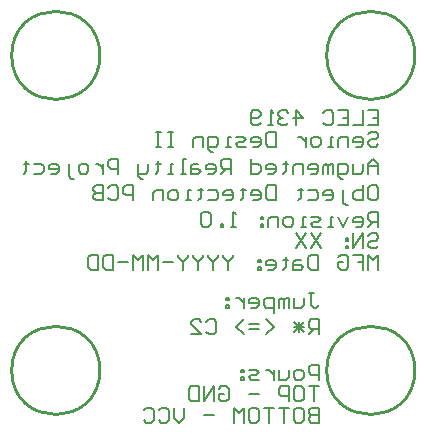
<source format=gbo>
G04 Layer_Color=32896*
%FSLAX25Y25*%
%MOIN*%
G70*
G01*
G75*
%ADD22C,0.01000*%
%ADD24C,0.00500*%
D22*
X142205Y22500D02*
G03*
X142205Y22500I-14705J0D01*
G01*
X37205D02*
G03*
X37205Y22500I-14705J0D01*
G01*
Y127500D02*
G03*
X37205Y127500I-14705J0D01*
G01*
X142205D02*
G03*
X142205Y127500I-14705J0D01*
G01*
D24*
X110087Y19396D02*
Y24395D01*
X107588D01*
X106755Y23561D01*
Y21895D01*
X107588Y21062D01*
X110087D01*
X104256Y19396D02*
X102589D01*
X101756Y20229D01*
Y21895D01*
X102589Y22728D01*
X104256D01*
X105089Y21895D01*
Y20229D01*
X104256Y19396D01*
X100090Y22728D02*
Y20229D01*
X99257Y19396D01*
X96758D01*
Y22728D01*
X95092D02*
Y19396D01*
Y21062D01*
X94259Y21895D01*
X93426Y22728D01*
X92593D01*
X90093Y19396D02*
X87594D01*
X86761Y20229D01*
X87594Y21062D01*
X89260D01*
X90093Y21895D01*
X89260Y22728D01*
X86761D01*
X85095D02*
X84262D01*
Y21895D01*
X85095D01*
Y22728D01*
Y20229D02*
X84262D01*
Y19396D01*
X85095D01*
Y20229D01*
X110087Y17196D02*
X106755D01*
X108421D01*
Y12198D01*
X102589Y17196D02*
X104256D01*
X105089Y16363D01*
Y13031D01*
X104256Y12198D01*
X102589D01*
X101756Y13031D01*
Y16363D01*
X102589Y17196D01*
X100090Y12198D02*
Y17196D01*
X97591D01*
X96758Y16363D01*
Y14697D01*
X97591Y13864D01*
X100090D01*
X90093Y14697D02*
X86761D01*
X76765Y16363D02*
X77597Y17196D01*
X79264D01*
X80097Y16363D01*
Y13031D01*
X79264Y12198D01*
X77597D01*
X76765Y13031D01*
Y14697D01*
X78431D01*
X75098Y12198D02*
Y17196D01*
X71766Y12198D01*
Y17196D01*
X70100D02*
Y12198D01*
X67601D01*
X66768Y13031D01*
Y16363D01*
X67601Y17196D01*
X70100D01*
X110087Y9998D02*
Y5000D01*
X107588D01*
X106755Y5833D01*
Y6666D01*
X107588Y7499D01*
X110087D01*
X107588D01*
X106755Y8332D01*
Y9165D01*
X107588Y9998D01*
X110087D01*
X102589D02*
X104256D01*
X105089Y9165D01*
Y5833D01*
X104256Y5000D01*
X102589D01*
X101756Y5833D01*
Y9165D01*
X102589Y9998D01*
X100090D02*
X96758D01*
X98424D01*
Y5000D01*
X95092Y9998D02*
X91760D01*
X93426D01*
Y5000D01*
X87594Y9998D02*
X89260D01*
X90093Y9165D01*
Y5833D01*
X89260Y5000D01*
X87594D01*
X86761Y5833D01*
Y9165D01*
X87594Y9998D01*
X85095Y5000D02*
Y9998D01*
X83429Y8332D01*
X81763Y9998D01*
Y5000D01*
X75098Y7499D02*
X71766D01*
X65102Y9998D02*
Y6666D01*
X63436Y5000D01*
X61769Y6666D01*
Y9998D01*
X56771Y9165D02*
X57604Y9998D01*
X59270D01*
X60103Y9165D01*
Y5833D01*
X59270Y5000D01*
X57604D01*
X56771Y5833D01*
X51773Y9165D02*
X52606Y9998D01*
X54272D01*
X55105Y9165D01*
Y5833D01*
X54272Y5000D01*
X52606D01*
X51773Y5833D01*
X126710Y109185D02*
X130042D01*
Y104187D01*
X126710D01*
X130042Y106686D02*
X128376D01*
X125044Y109185D02*
Y104187D01*
X121711D01*
X116713Y109185D02*
X120045D01*
Y104187D01*
X116713D01*
X120045Y106686D02*
X118379D01*
X111715Y108352D02*
X112548Y109185D01*
X114214D01*
X115047Y108352D01*
Y105020D01*
X114214Y104187D01*
X112548D01*
X111715Y105020D01*
X102551Y104187D02*
Y109185D01*
X105050Y106686D01*
X101718D01*
X100052Y108352D02*
X99219Y109185D01*
X97553D01*
X96719Y108352D01*
Y107519D01*
X97553Y106686D01*
X98386D01*
X97553D01*
X96719Y105853D01*
Y105020D01*
X97553Y104187D01*
X99219D01*
X100052Y105020D01*
X95053Y104187D02*
X93387D01*
X94220D01*
Y109185D01*
X95053Y108352D01*
X90888Y105020D02*
X90055Y104187D01*
X88389D01*
X87556Y105020D01*
Y108352D01*
X88389Y109185D01*
X90055D01*
X90888Y108352D01*
Y107519D01*
X90055Y106686D01*
X87556D01*
X126710Y101154D02*
X127543Y101987D01*
X129209D01*
X130042Y101154D01*
Y100321D01*
X129209Y99488D01*
X127543D01*
X126710Y98655D01*
Y97822D01*
X127543Y96989D01*
X129209D01*
X130042Y97822D01*
X122544Y96989D02*
X124211D01*
X125044Y97822D01*
Y99488D01*
X124211Y100321D01*
X122544D01*
X121711Y99488D01*
Y98655D01*
X125044D01*
X120045Y96989D02*
Y100321D01*
X117546D01*
X116713Y99488D01*
Y96989D01*
X115047D02*
X113381D01*
X114214D01*
Y100321D01*
X115047D01*
X110048Y96989D02*
X108382D01*
X107549Y97822D01*
Y99488D01*
X108382Y100321D01*
X110048D01*
X110881Y99488D01*
Y97822D01*
X110048Y96989D01*
X105883Y100321D02*
Y96989D01*
Y98655D01*
X105050Y99488D01*
X104217Y100321D01*
X103384D01*
X95886Y101987D02*
Y96989D01*
X93387D01*
X92554Y97822D01*
Y101154D01*
X93387Y101987D01*
X95886D01*
X88389Y96989D02*
X90055D01*
X90888Y97822D01*
Y99488D01*
X90055Y100321D01*
X88389D01*
X87556Y99488D01*
Y98655D01*
X90888D01*
X85890Y96989D02*
X83390D01*
X82557Y97822D01*
X83390Y98655D01*
X85057D01*
X85890Y99488D01*
X85057Y100321D01*
X82557D01*
X80891Y96989D02*
X79225D01*
X80058D01*
Y100321D01*
X80891D01*
X75060Y95323D02*
X74227D01*
X73394Y96156D01*
Y100321D01*
X75893D01*
X76726Y99488D01*
Y97822D01*
X75893Y96989D01*
X73394D01*
X71728D02*
Y100321D01*
X69228D01*
X68395Y99488D01*
Y96989D01*
X61731Y101987D02*
X60065D01*
X60898D01*
Y96989D01*
X61731D01*
X60065D01*
X57565Y101987D02*
X55899D01*
X56732D01*
Y96989D01*
X57565D01*
X55899D01*
X130042Y88125D02*
Y91457D01*
X128376Y93123D01*
X126710Y91457D01*
Y88125D01*
Y90624D01*
X130042D01*
X125044Y91457D02*
Y88958D01*
X124211Y88125D01*
X121711D01*
Y91457D01*
X118379Y86458D02*
X117546D01*
X116713Y87291D01*
Y91457D01*
X119212D01*
X120045Y90624D01*
Y88958D01*
X119212Y88125D01*
X116713D01*
X115047D02*
Y91457D01*
X114214D01*
X113381Y90624D01*
Y88125D01*
Y90624D01*
X112548Y91457D01*
X111715Y90624D01*
Y88125D01*
X107549D02*
X109215D01*
X110048Y88958D01*
Y90624D01*
X109215Y91457D01*
X107549D01*
X106716Y90624D01*
Y89791D01*
X110048D01*
X105050Y88125D02*
Y91457D01*
X102551D01*
X101718Y90624D01*
Y88125D01*
X99219Y92290D02*
Y91457D01*
X100052D01*
X98386D01*
X99219D01*
Y88958D01*
X98386Y88125D01*
X93387D02*
X95053D01*
X95886Y88958D01*
Y90624D01*
X95053Y91457D01*
X93387D01*
X92554Y90624D01*
Y89791D01*
X95886D01*
X87556Y93123D02*
Y88125D01*
X90055D01*
X90888Y88958D01*
Y90624D01*
X90055Y91457D01*
X87556D01*
X80891Y88125D02*
Y93123D01*
X78392D01*
X77559Y92290D01*
Y90624D01*
X78392Y89791D01*
X80891D01*
X79225D02*
X77559Y88125D01*
X73394D02*
X75060D01*
X75893Y88958D01*
Y90624D01*
X75060Y91457D01*
X73394D01*
X72561Y90624D01*
Y89791D01*
X75893D01*
X70061Y91457D02*
X68395D01*
X67562Y90624D01*
Y88125D01*
X70061D01*
X70894Y88958D01*
X70061Y89791D01*
X67562D01*
X65896Y88125D02*
X64230D01*
X65063D01*
Y93123D01*
X65896D01*
X61731Y88125D02*
X60065D01*
X60898D01*
Y91457D01*
X61731D01*
X56732Y92290D02*
Y91457D01*
X57565D01*
X55899D01*
X56732D01*
Y88958D01*
X55899Y88125D01*
X53400Y91457D02*
Y88958D01*
X52567Y88125D01*
X50068D01*
Y87291D01*
X50901Y86458D01*
X51734D01*
X50068Y88125D02*
Y91457D01*
X43403Y88125D02*
Y93123D01*
X40904D01*
X40071Y92290D01*
Y90624D01*
X40904Y89791D01*
X43403D01*
X38405Y91457D02*
Y88125D01*
Y89791D01*
X37572Y90624D01*
X36739Y91457D01*
X35906D01*
X32574Y88125D02*
X30907D01*
X30074Y88958D01*
Y90624D01*
X30907Y91457D01*
X32574D01*
X33407Y90624D01*
Y88958D01*
X32574Y88125D01*
X28408Y86458D02*
X27575D01*
X26742Y87291D01*
Y91457D01*
X20911Y88125D02*
X22577D01*
X23410Y88958D01*
Y90624D01*
X22577Y91457D01*
X20911D01*
X20078Y90624D01*
Y89791D01*
X23410D01*
X15079Y91457D02*
X17578D01*
X18411Y90624D01*
Y88958D01*
X17578Y88125D01*
X15079D01*
X12580Y92290D02*
Y91457D01*
X13413D01*
X11747D01*
X12580D01*
Y88958D01*
X11747Y88125D01*
X127543Y84259D02*
X129209D01*
X130042Y83426D01*
Y80093D01*
X129209Y79260D01*
X127543D01*
X126710Y80093D01*
Y83426D01*
X127543Y84259D01*
X125044D02*
Y79260D01*
X122544D01*
X121711Y80093D01*
Y80926D01*
Y81760D01*
X122544Y82593D01*
X125044D01*
X120045Y77594D02*
X119212D01*
X118379Y78427D01*
Y82593D01*
X112548Y79260D02*
X114214D01*
X115047Y80093D01*
Y81760D01*
X114214Y82593D01*
X112548D01*
X111715Y81760D01*
Y80926D01*
X115047D01*
X106716Y82593D02*
X109215D01*
X110048Y81760D01*
Y80093D01*
X109215Y79260D01*
X106716D01*
X104217Y83426D02*
Y82593D01*
X105050D01*
X103384D01*
X104217D01*
Y80093D01*
X103384Y79260D01*
X95886Y84259D02*
Y79260D01*
X93387D01*
X92554Y80093D01*
Y83426D01*
X93387Y84259D01*
X95886D01*
X88389Y79260D02*
X90055D01*
X90888Y80093D01*
Y81760D01*
X90055Y82593D01*
X88389D01*
X87556Y81760D01*
Y80926D01*
X90888D01*
X85057Y83426D02*
Y82593D01*
X85890D01*
X84224D01*
X85057D01*
Y80093D01*
X84224Y79260D01*
X79225D02*
X80891D01*
X81724Y80093D01*
Y81760D01*
X80891Y82593D01*
X79225D01*
X78392Y81760D01*
Y80926D01*
X81724D01*
X73394Y82593D02*
X75893D01*
X76726Y81760D01*
Y80093D01*
X75893Y79260D01*
X73394D01*
X70894Y83426D02*
Y82593D01*
X71728D01*
X70061D01*
X70894D01*
Y80093D01*
X70061Y79260D01*
X67562D02*
X65896D01*
X66729D01*
Y82593D01*
X67562D01*
X62564Y79260D02*
X60898D01*
X60065Y80093D01*
Y81760D01*
X60898Y82593D01*
X62564D01*
X63397Y81760D01*
Y80093D01*
X62564Y79260D01*
X58398D02*
Y82593D01*
X55899D01*
X55066Y81760D01*
Y79260D01*
X48402D02*
Y84259D01*
X45903D01*
X45070Y83426D01*
Y81760D01*
X45903Y80926D01*
X48402D01*
X40071Y83426D02*
X40904Y84259D01*
X42570D01*
X43403Y83426D01*
Y80093D01*
X42570Y79260D01*
X40904D01*
X40071Y80093D01*
X38405Y84259D02*
Y79260D01*
X35906D01*
X35073Y80093D01*
Y80926D01*
X35906Y81760D01*
X38405D01*
X35906D01*
X35073Y82593D01*
Y83426D01*
X35906Y84259D01*
X38405D01*
X130042Y70396D02*
Y75394D01*
X127543D01*
X126710Y74561D01*
Y72895D01*
X127543Y72062D01*
X130042D01*
X128376D02*
X126710Y70396D01*
X122544D02*
X124211D01*
X125044Y71229D01*
Y72895D01*
X124211Y73728D01*
X122544D01*
X121711Y72895D01*
Y72062D01*
X125044D01*
X120045Y73728D02*
X118379Y70396D01*
X116713Y73728D01*
X115047Y70396D02*
X113381D01*
X114214D01*
Y73728D01*
X115047D01*
X110881Y70396D02*
X108382D01*
X107549Y71229D01*
X108382Y72062D01*
X110048D01*
X110881Y72895D01*
X110048Y73728D01*
X107549D01*
X105883Y70396D02*
X104217D01*
X105050D01*
Y73728D01*
X105883D01*
X100885Y70396D02*
X99219D01*
X98386Y71229D01*
Y72895D01*
X99219Y73728D01*
X100885D01*
X101718Y72895D01*
Y71229D01*
X100885Y70396D01*
X96719D02*
Y73728D01*
X94220D01*
X93387Y72895D01*
Y70396D01*
X91721Y73728D02*
X90888D01*
Y72895D01*
X91721D01*
Y73728D01*
Y71229D02*
X90888D01*
Y70396D01*
X91721D01*
Y71229D01*
X82557Y70396D02*
X80891D01*
X81724D01*
Y75394D01*
X82557Y74561D01*
X78392Y70396D02*
Y71229D01*
X77559D01*
Y70396D01*
X78392D01*
X74227Y74561D02*
X73394Y75394D01*
X71728D01*
X70894Y74561D01*
Y71229D01*
X71728Y70396D01*
X73394D01*
X74227Y71229D01*
Y74561D01*
X126710Y67363D02*
X127543Y68196D01*
X129209D01*
X130042Y67363D01*
Y66530D01*
X129209Y65697D01*
X127543D01*
X126710Y64864D01*
Y64031D01*
X127543Y63198D01*
X129209D01*
X130042Y64031D01*
X125044Y63198D02*
Y68196D01*
X121711Y63198D01*
Y68196D01*
X120045Y66530D02*
X119212D01*
Y65697D01*
X120045D01*
Y66530D01*
Y64031D02*
X119212D01*
Y63198D01*
X120045D01*
Y64031D01*
X110881Y68196D02*
X107549Y63198D01*
Y68196D02*
X110881Y63198D01*
X105883Y68196D02*
X102551Y63198D01*
Y68196D02*
X105883Y63198D01*
X130042Y56000D02*
Y60998D01*
X128376Y59332D01*
X126710Y60998D01*
Y56000D01*
X121711Y60998D02*
X125044D01*
Y58499D01*
X123378D01*
X125044D01*
Y56000D01*
X116713Y60165D02*
X117546Y60998D01*
X119212D01*
X120045Y60165D01*
Y56833D01*
X119212Y56000D01*
X117546D01*
X116713Y56833D01*
Y58499D01*
X118379D01*
X110048Y60998D02*
Y56000D01*
X107549D01*
X106716Y56833D01*
Y60165D01*
X107549Y60998D01*
X110048D01*
X104217Y59332D02*
X102551D01*
X101718Y58499D01*
Y56000D01*
X104217D01*
X105050Y56833D01*
X104217Y57666D01*
X101718D01*
X99219Y60165D02*
Y59332D01*
X100052D01*
X98386D01*
X99219D01*
Y56833D01*
X98386Y56000D01*
X93387D02*
X95053D01*
X95886Y56833D01*
Y58499D01*
X95053Y59332D01*
X93387D01*
X92554Y58499D01*
Y57666D01*
X95886D01*
X90888Y59332D02*
X90055D01*
Y58499D01*
X90888D01*
Y59332D01*
Y56833D02*
X90055D01*
Y56000D01*
X90888D01*
Y56833D01*
X81724Y60998D02*
Y60165D01*
X80058Y58499D01*
X78392Y60165D01*
Y60998D01*
X80058Y58499D02*
Y56000D01*
X76726Y60998D02*
Y60165D01*
X75060Y58499D01*
X73394Y60165D01*
Y60998D01*
X75060Y58499D02*
Y56000D01*
X71728Y60998D02*
Y60165D01*
X70061Y58499D01*
X68395Y60165D01*
Y60998D01*
X70061Y58499D02*
Y56000D01*
X66729Y60998D02*
Y60165D01*
X65063Y58499D01*
X63397Y60165D01*
Y60998D01*
X65063Y58499D02*
Y56000D01*
X61731Y58499D02*
X58398D01*
X56732Y56000D02*
Y60998D01*
X55066Y59332D01*
X53400Y60998D01*
Y56000D01*
X51734D02*
Y60998D01*
X50068Y59332D01*
X48402Y60998D01*
Y56000D01*
X46736Y58499D02*
X43403D01*
X41737Y60998D02*
Y56000D01*
X39238D01*
X38405Y56833D01*
Y60165D01*
X39238Y60998D01*
X41737D01*
X36739D02*
Y56000D01*
X34240D01*
X33407Y56833D01*
Y60165D01*
X34240Y60998D01*
X36739D01*
X106868Y48363D02*
X108534D01*
X107701D01*
Y44197D01*
X108534Y43364D01*
X109367D01*
X110200Y44197D01*
X105202Y46696D02*
Y44197D01*
X104369Y43364D01*
X101869D01*
Y46696D01*
X100203Y43364D02*
Y46696D01*
X99370D01*
X98537Y45863D01*
Y43364D01*
Y45863D01*
X97704Y46696D01*
X96871Y45863D01*
Y43364D01*
X95205Y41698D02*
Y46696D01*
X92706D01*
X91873Y45863D01*
Y44197D01*
X92706Y43364D01*
X95205D01*
X87707D02*
X89373D01*
X90206Y44197D01*
Y45863D01*
X89373Y46696D01*
X87707D01*
X86874Y45863D01*
Y45030D01*
X90206D01*
X85208Y46696D02*
Y43364D01*
Y45030D01*
X84375Y45863D01*
X83542Y46696D01*
X82709D01*
X80210D02*
X79377D01*
Y45863D01*
X80210D01*
Y46696D01*
Y44197D02*
X79377D01*
Y43364D01*
X80210D01*
Y44197D01*
X110200Y34500D02*
Y39498D01*
X107701D01*
X106868Y38665D01*
Y36999D01*
X107701Y36166D01*
X110200D01*
X108534D02*
X106868Y34500D01*
X105202Y38665D02*
X101869Y35333D01*
X105202D02*
X101869Y38665D01*
X105202Y36999D02*
X101869D01*
X103535Y35333D02*
Y38665D01*
X92706Y34500D02*
X95205Y36999D01*
X92706Y39498D01*
X90206Y36166D02*
X86874D01*
X90206Y37832D02*
X86874D01*
X85208Y34500D02*
X82709Y36999D01*
X85208Y39498D01*
X72712Y38665D02*
X73545Y39498D01*
X75211D01*
X76044Y38665D01*
Y35333D01*
X75211Y34500D01*
X73545D01*
X72712Y35333D01*
X67714Y34500D02*
X71046D01*
X67714Y37832D01*
Y38665D01*
X68547Y39498D01*
X70213D01*
X71046Y38665D01*
M02*

</source>
